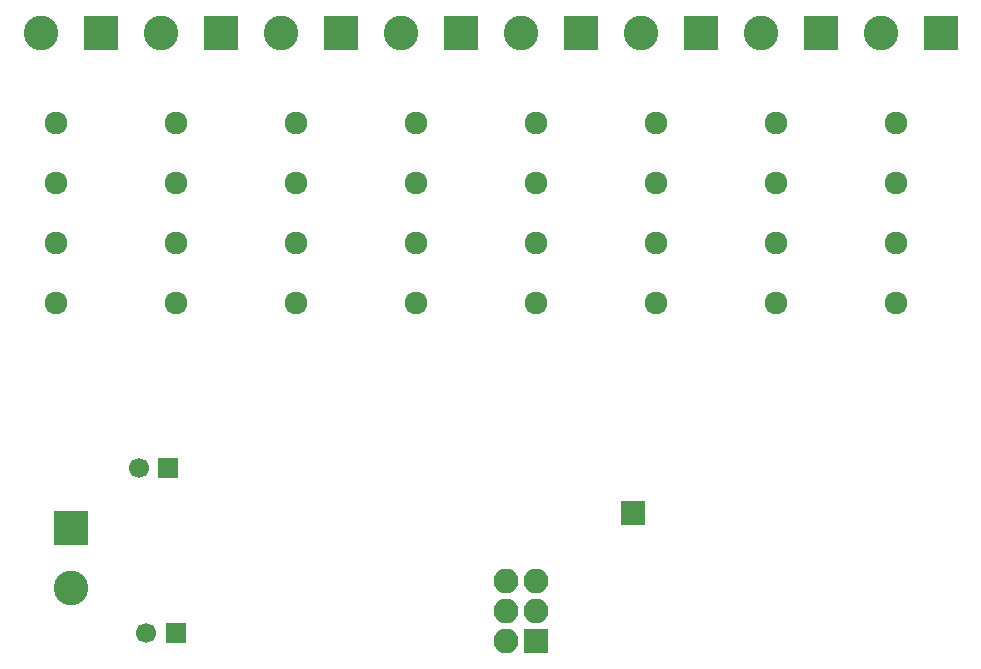
<source format=gbs>
G04 #@! TF.FileFunction,Soldermask,Bot*
%FSLAX46Y46*%
G04 Gerber Fmt 4.6, Leading zero omitted, Abs format (unit mm)*
G04 Created by KiCad (PCBNEW 4.0.5-e0-6337~49~ubuntu16.04.1) date Tue Jan 17 08:46:27 2017*
%MOMM*%
%LPD*%
G01*
G04 APERTURE LIST*
%ADD10C,0.100000*%
%ADD11R,2.940000X2.940000*%
%ADD12C,2.940000*%
%ADD13R,2.100000X2.100000*%
%ADD14O,2.100000X2.100000*%
%ADD15C,1.924000*%
%ADD16R,1.700000X1.700000*%
%ADD17C,1.700000*%
G04 APERTURE END LIST*
D10*
D11*
X143510000Y-111760000D03*
D12*
X143510000Y-116840000D03*
D13*
X191135000Y-110490000D03*
X182880000Y-121285000D03*
D14*
X180340000Y-121285000D03*
X182880000Y-118745000D03*
X180340000Y-118745000D03*
X182880000Y-116205000D03*
X180340000Y-116205000D03*
D11*
X146050000Y-69850000D03*
D12*
X140970000Y-69850000D03*
D11*
X156210000Y-69850000D03*
D12*
X151130000Y-69850000D03*
D11*
X166370000Y-69850000D03*
D12*
X161290000Y-69850000D03*
D11*
X176530000Y-69850000D03*
D12*
X171450000Y-69850000D03*
D11*
X186690000Y-69850000D03*
D12*
X181610000Y-69850000D03*
D11*
X196850000Y-69850000D03*
D12*
X191770000Y-69850000D03*
D11*
X207010000Y-69850000D03*
D12*
X201930000Y-69850000D03*
D11*
X217170000Y-69850000D03*
D12*
X212090000Y-69850000D03*
D15*
X142240000Y-92710000D03*
X142240000Y-87630000D03*
X142240000Y-82550000D03*
X142240000Y-77470000D03*
X152400000Y-92710000D03*
X152400000Y-87630000D03*
X152400000Y-82550000D03*
X152400000Y-77470000D03*
X162560000Y-92710000D03*
X162560000Y-87630000D03*
X162560000Y-82550000D03*
X162560000Y-77470000D03*
X172720000Y-92710000D03*
X172720000Y-87630000D03*
X172720000Y-82550000D03*
X172720000Y-77470000D03*
X182880000Y-92710000D03*
X182880000Y-87630000D03*
X182880000Y-82550000D03*
X182880000Y-77470000D03*
X193040000Y-92710000D03*
X193040000Y-87630000D03*
X193040000Y-82550000D03*
X193040000Y-77470000D03*
X203200000Y-92710000D03*
X203200000Y-87630000D03*
X203200000Y-82550000D03*
X203200000Y-77470000D03*
X213360000Y-92710000D03*
X213360000Y-87630000D03*
X213360000Y-82550000D03*
X213360000Y-77470000D03*
D16*
X152400000Y-120650000D03*
D17*
X149900000Y-120650000D03*
D16*
X151765000Y-106680000D03*
D17*
X149265000Y-106680000D03*
M02*

</source>
